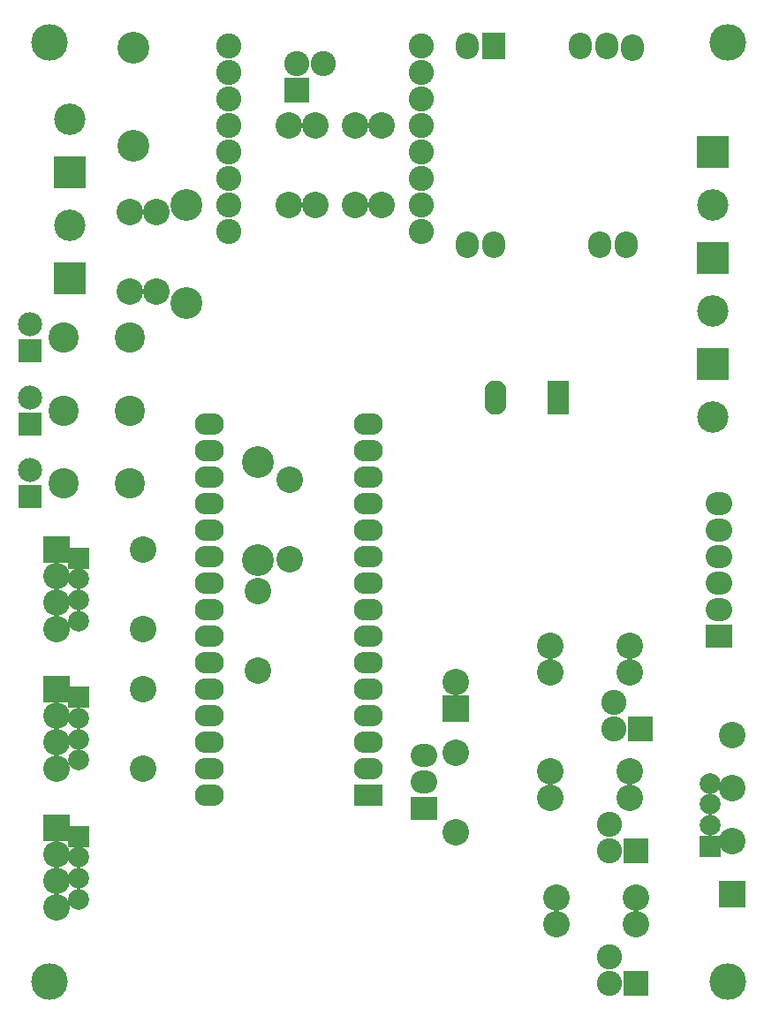
<source format=gbs>
G04 #@! TF.FileFunction,Soldermask,Bot*
%FSLAX46Y46*%
G04 Gerber Fmt 4.6, Leading zero omitted, Abs format (unit mm)*
G04 Created by KiCad (PCBNEW 4.0.4-stable) date 01/06/17 10:24:34*
%MOMM*%
%LPD*%
G01*
G04 APERTURE LIST*
%ADD10C,0.150000*%
%ADD11C,2.408000*%
%ADD12R,2.794000X2.082800*%
%ADD13O,2.794000X2.082800*%
%ADD14C,3.508000*%
%ADD15O,2.235200X2.540000*%
%ADD16R,2.235200X2.540000*%
%ADD17C,2.540000*%
%ADD18R,2.540000X2.540000*%
%ADD19C,3.048000*%
%ADD20R,3.007360X3.007360*%
%ADD21C,3.007360*%
%ADD22R,2.540000X2.235200*%
%ADD23O,2.540000X2.235200*%
%ADD24R,2.008000X2.008000*%
%ADD25C,2.008000*%
%ADD26C,2.908300*%
%ADD27R,2.308860X2.308860*%
%ADD28C,2.308860*%
%ADD29R,2.108000X3.308000*%
%ADD30O,2.108000X3.308000*%
%ADD31R,2.413000X2.413000*%
%ADD32C,2.413000*%
G04 APERTURE END LIST*
D10*
D11*
X40640000Y76835000D03*
X40640000Y79375000D03*
X40640000Y81915000D03*
X40640000Y84455000D03*
X40640000Y86995000D03*
X40640000Y89535000D03*
X40640000Y92075000D03*
X40640000Y94615000D03*
X22225000Y94615000D03*
X22225000Y92075000D03*
X22225000Y89535000D03*
X22225000Y86995000D03*
X22225000Y84455000D03*
X22225000Y81915000D03*
X22225000Y79375000D03*
X22225000Y76835000D03*
D12*
X35560000Y22860000D03*
D13*
X35560000Y25400000D03*
X35560000Y27940000D03*
X35560000Y30480000D03*
X35560000Y33020000D03*
X35560000Y35560000D03*
X35560000Y38100000D03*
X35560000Y40640000D03*
X35560000Y43180000D03*
X35560000Y45720000D03*
X35560000Y48260000D03*
X35560000Y50800000D03*
X35560000Y53340000D03*
X35560000Y55880000D03*
X35560000Y58420000D03*
X20320000Y58420000D03*
X20320000Y55880000D03*
X20320000Y53340000D03*
X20320000Y50800000D03*
X20320000Y48260000D03*
X20320000Y45720000D03*
X20320000Y43180000D03*
X20320000Y40640000D03*
X20320000Y38100000D03*
X20320000Y35560000D03*
X20320000Y33020000D03*
X20320000Y30480000D03*
X20320000Y27940000D03*
X20320000Y25400000D03*
X20320000Y22860000D03*
D14*
X70000000Y95000000D03*
X5000000Y95000000D03*
X5000000Y5000000D03*
X70000000Y5000000D03*
D15*
X58420000Y94615000D03*
D16*
X47625000Y94615000D03*
D15*
X60880000Y94455000D03*
X55880000Y94615000D03*
X45085000Y94615000D03*
X60325000Y75565000D03*
X57785000Y75565000D03*
X47625000Y75565000D03*
X45085000Y75565000D03*
D17*
X43942000Y33655000D03*
D18*
X43942000Y31115000D03*
D19*
X13081000Y85090000D03*
X13081000Y94488000D03*
X18161000Y79375000D03*
X18161000Y69977000D03*
X25019000Y45339000D03*
X25019000Y54737000D03*
D20*
X6985000Y72390000D03*
D21*
X6985000Y77470000D03*
D20*
X68580000Y84455000D03*
D21*
X68580000Y79375000D03*
D22*
X40894000Y21590000D03*
D23*
X40894000Y24130000D03*
X40894000Y26670000D03*
D18*
X70485000Y13335000D03*
D17*
X70485000Y18415000D03*
X70485000Y23495000D03*
X70485000Y28575000D03*
D24*
X68374000Y17955000D03*
D25*
X68374000Y19955000D03*
X68374000Y21955000D03*
X68374000Y23955000D03*
D20*
X68580000Y64135000D03*
D21*
X68580000Y59055000D03*
D20*
X68580000Y74295000D03*
D21*
X68580000Y69215000D03*
D20*
X6985000Y82550000D03*
D21*
X6985000Y87630000D03*
D17*
X43942000Y26924000D03*
X43942000Y19304000D03*
X12700000Y78740000D03*
X12700000Y71120000D03*
X13970000Y33020000D03*
X13970000Y25400000D03*
X15240000Y78740000D03*
X15240000Y71120000D03*
X13970000Y46355000D03*
X13970000Y38735000D03*
X25019000Y34798000D03*
X25019000Y42418000D03*
X28067000Y45466000D03*
X28067000Y53086000D03*
X30480000Y86995000D03*
X30480000Y79375000D03*
X34290000Y86995000D03*
X34290000Y79375000D03*
X36830000Y86995000D03*
X36830000Y79375000D03*
X27940000Y86995000D03*
X27940000Y79375000D03*
X53022500Y37147500D03*
X60642500Y37147500D03*
X60642500Y34607500D03*
X53022500Y34607500D03*
X53022500Y25082500D03*
X60642500Y25082500D03*
X60642500Y22542500D03*
X53022500Y22542500D03*
X53657500Y13017500D03*
X61277500Y13017500D03*
X61277500Y10477500D03*
X53657500Y10477500D03*
D26*
X6350000Y66675000D03*
X12700000Y66675000D03*
X6350000Y59690000D03*
X12700000Y59690000D03*
X6350000Y52705000D03*
X12700000Y52705000D03*
D27*
X3175000Y65405000D03*
D28*
X3175000Y67945000D03*
D27*
X3175000Y58420000D03*
D28*
X3175000Y60960000D03*
D27*
X3175000Y51435000D03*
D28*
X3175000Y53975000D03*
D18*
X5715000Y19685000D03*
D17*
X5715000Y17145000D03*
X5715000Y14605000D03*
X5715000Y12065000D03*
D24*
X7826000Y18875000D03*
D25*
X7826000Y16875000D03*
X7826000Y14875000D03*
X7826000Y12875000D03*
D18*
X5715000Y46355000D03*
D17*
X5715000Y43815000D03*
X5715000Y41275000D03*
X5715000Y38735000D03*
D24*
X7826000Y45545000D03*
D25*
X7826000Y43545000D03*
X7826000Y41545000D03*
X7826000Y39545000D03*
D18*
X5715000Y33020000D03*
D17*
X5715000Y30480000D03*
X5715000Y27940000D03*
X5715000Y25400000D03*
D24*
X7826000Y32210000D03*
D25*
X7826000Y30210000D03*
X7826000Y28210000D03*
X7826000Y26210000D03*
D29*
X53800000Y60960000D03*
D30*
X47800000Y60960000D03*
D22*
X69215000Y38100000D03*
D23*
X69215000Y40640000D03*
X69215000Y43180000D03*
X69215000Y45720000D03*
X69215000Y48260000D03*
X69215000Y50800000D03*
D31*
X61277500Y4762500D03*
D32*
X58737500Y7302500D03*
X58737500Y4762500D03*
D31*
X61277500Y17462500D03*
D32*
X58737500Y20002500D03*
X58737500Y17462500D03*
D31*
X61658500Y29146500D03*
D32*
X59118500Y31686500D03*
X59118500Y29146500D03*
D31*
X28702000Y90424000D03*
D32*
X31242000Y92964000D03*
X28702000Y92964000D03*
M02*

</source>
